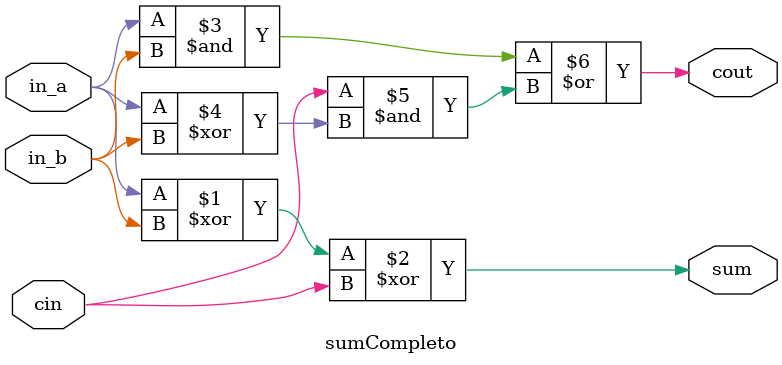
<source format=v>

`timescale 1ns / 1ps

module sumCompleto (
    input in_a,         // Bit de entrada A
    input in_b,         // Bit de entrada B
    input cin,          // Acarreo de entrada
    output sum,         // Resultado de la suma
    output cout         // Acarreo de salida
);

    // Operación XOR para obtener la suma
    assign sum = in_a ^ in_b ^ cin;

    // Lógica para calcular el acarreo de salida
    assign cout = (in_a & in_b) | (cin & (in_a ^ in_b));

endmodule

</source>
